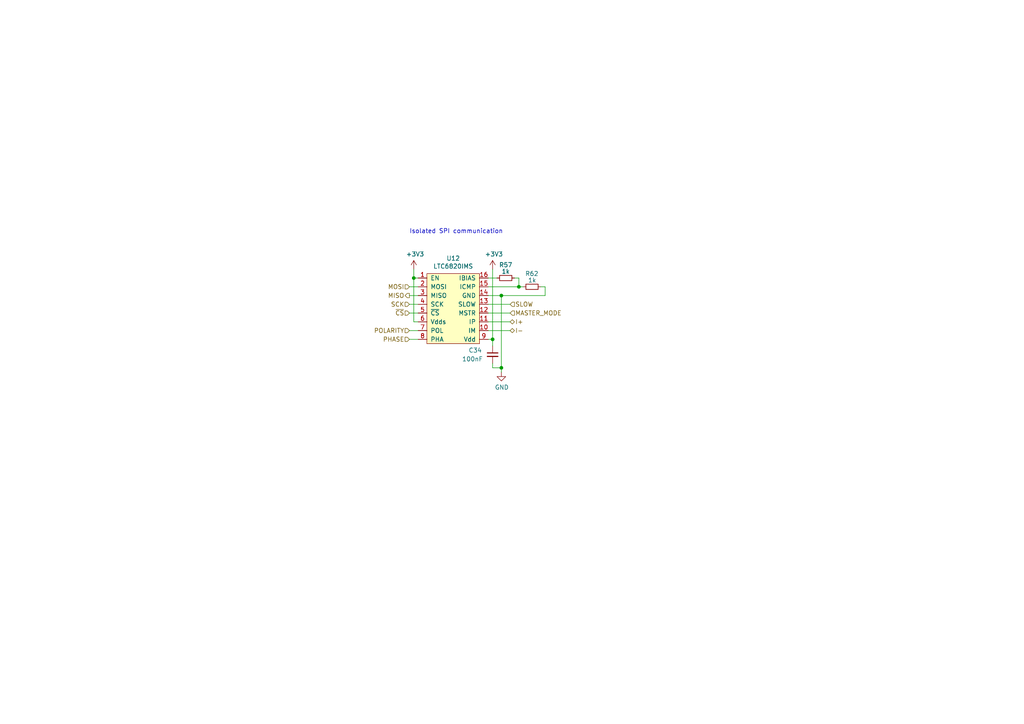
<source format=kicad_sch>
(kicad_sch (version 20230121) (generator eeschema)
  (paper "A4")
  (lib_symbols
    (symbol "Device:C_Small" (pin_numbers hide) (pin_names (offset 0.254) hide)
      (property "Reference" "C" (at 0.254 1.778 0))
      (property "Value" "C_Small" (at 0.254 -2.032 0))
      (symbol "C_Small_0_1"
        (polyline (pts (xy -1.524 -0.508) (xy 1.524 -0.508)) (stroke (width 0.3302)))
        (polyline (pts (xy -1.524 0.508) (xy 1.524 0.508)) (stroke (width 0.3048)))
      )
      (symbol "C_Small_1_1"
        (pin passive line (at 0 2.54 270) (length 2.032) (name "~") (number "1"))
        (pin passive line (at 0 -2.54 90) (length 2.032) (name "~") (number "2"))
      )
    )
    (symbol "Device:R_Small" (pin_numbers hide) (pin_names (offset 0.254) hide)
      (property "Reference" "R" (at 0.762 0.508 0))
      (property "Value" "R_Small" (at 0.762 -1.016 0))
      (symbol "R_Small_0_1"
        (rectangle (start -0.762 1.778) (end 0.762 -1.778) (stroke (width 0.2032)))
      )
      (symbol "R_Small_1_1"
        (pin passive line (at 0 2.54 270) (length 0.762) (name "~") (number "1"))
        (pin passive line (at 0 -2.54 90) (length 0.762) (name "~") (number "2"))
      )
    )
    (symbol "PUTM_EV_BMS_library:LTC6820IMS" (pin_names (offset 1.016))
      (property "Reference" "U" (at -6.35 11.43 0))
      (property "Value" "LTC6820IMS" (at 0 -11.43 0))
      (symbol "LTC6820IMS_0_1"
        (rectangle (start -7.62 10.16) (end 7.62 -10.16) (fill (type background)))
      )
      (symbol "LTC6820IMS_1_1"
        (pin input line (at -10.16 8.89 0) (length 2.54) (name "EN") (number "1"))
        (pin input line (at 10.16 -6.35 180) (length 2.54) (name "IM") (number "10"))
        (pin input line (at 10.16 -3.81 180) (length 2.54) (name "IP") (number "11"))
        (pin input line (at 10.16 -1.27 180) (length 2.54) (name "MSTR") (number "12"))
        (pin input line (at 10.16 1.27 180) (length 2.54) (name "SLOW") (number "13"))
        (pin power_in line (at 10.16 3.81 180) (length 2.54) (name "GND") (number "14"))
        (pin input line (at 10.16 6.35 180) (length 2.54) (name "ICMP") (number "15"))
        (pin input line (at 10.16 8.89 180) (length 2.54) (name "IBIAS") (number "16"))
        (pin input line (at -10.16 6.35 0) (length 2.54) (name "MOSI") (number "2"))
        (pin output line (at -10.16 3.81 0) (length 2.54) (name "MISO") (number "3"))
        (pin input line (at -10.16 1.27 0) (length 2.54) (name "SCK") (number "4"))
        (pin input line (at -10.16 -1.27 0) (length 2.54) (name "~{CS}") (number "5"))
        (pin power_in line (at -10.16 -3.81 0) (length 2.54) (name "Vdds") (number "6"))
        (pin input line (at -10.16 -6.35 0) (length 2.54) (name "POL") (number "7"))
        (pin input line (at -10.16 -8.89 0) (length 2.54) (name "PHA") (number "8"))
        (pin power_in line (at 10.16 -8.89 180) (length 2.54) (name "Vdd") (number "9"))
      )
    )
    (symbol "power:+3.3V" (power) (pin_names (offset 0))
      (property "Value" "+3.3V" (at 0 3.556 0))
      (symbol "+3.3V_0_1"
        (polyline (pts (xy -0.762 1.27) (xy 0 2.54)))
        (polyline (pts (xy 0 0) (xy 0 2.54)))
        (polyline (pts (xy 0 2.54) (xy 0.762 1.27)))
      )
      (symbol "+3.3V_1_1"
        (pin power_in line (at 0 0 90) (length 0) hide (name "+3V3") (number "1"))
      )
    )
    (symbol "power:GND" (power) (pin_names (offset 0))
      (property "Value" "GND" (at 0 -3.81 0))
      (symbol "GND_0_1"
        (polyline (pts (xy 0 0) (xy 0 -1.27) (xy 1.27 -1.27) (xy 0 -2.54) (xy -1.27 -1.27) (xy 0 -1.27)))
      )
      (symbol "GND_1_1"
        (pin power_in line (at 0 0 270) (length 0) hide (name "GND") (number "1"))
      )
    )
  )
  (junction (at 150.495 83.185))
  (junction (at 145.415 85.725))
  (junction (at 120.015 80.645))
  (junction (at 142.875 98.425))
  (junction (at 145.415 106.68))
  (wire (pts (xy 141.605 83.185) (xy 150.495 83.185)))
  (wire (pts (xy 158.115 85.725) (xy 158.115 83.185)))
  (wire (pts (xy 118.745 90.805) (xy 121.285 90.805)))
  (wire (pts (xy 150.495 83.185) (xy 151.765 83.185)))
  (wire (pts (xy 145.415 85.725) (xy 145.415 106.68)))
  (wire (pts (xy 118.745 95.885) (xy 121.285 95.885)))
  (wire (pts (xy 121.285 80.645) (xy 120.015 80.645)))
  (wire (pts (xy 141.605 85.725) (xy 145.415 85.725)))
  (wire (pts (xy 118.745 88.265) (xy 121.285 88.265)))
  (wire (pts (xy 120.015 80.645) (xy 120.015 78.105)))
  (wire (pts (xy 145.415 85.725) (xy 158.115 85.725)))
  (wire (pts (xy 141.605 80.645) (xy 144.145 80.645)))
  (wire (pts (xy 142.875 98.425) (xy 142.875 100.33)))
  (wire (pts (xy 118.745 85.725) (xy 121.285 85.725)))
  (wire (pts (xy 121.285 93.345) (xy 120.015 93.345)))
  (wire (pts (xy 141.605 98.425) (xy 142.875 98.425)))
  (wire (pts (xy 142.875 105.41) (xy 142.875 106.68)))
  (wire (pts (xy 150.495 80.645) (xy 150.495 83.185)))
  (wire (pts (xy 118.745 83.185) (xy 121.285 83.185)))
  (wire (pts (xy 118.745 98.425) (xy 121.285 98.425)))
  (wire (pts (xy 145.415 107.95) (xy 145.415 106.68)))
  (wire (pts (xy 142.875 106.68) (xy 145.415 106.68)))
  (wire (pts (xy 141.605 88.265) (xy 147.955 88.265)))
  (wire (pts (xy 120.015 93.345) (xy 120.015 80.645)))
  (wire (pts (xy 149.225 80.645) (xy 150.495 80.645)))
  (wire (pts (xy 141.605 95.885) (xy 147.955 95.885)))
  (wire (pts (xy 142.875 78.105) (xy 142.875 98.425)))
  (wire (pts (xy 158.115 83.185) (xy 156.845 83.185)))
  (wire (pts (xy 141.605 93.345) (xy 147.955 93.345)))
  (wire (pts (xy 141.605 90.805) (xy 147.955 90.805)))
  (text "Isolated SPI communication" (at 118.745 67.945 0) (effects (font (size 1.27 1.27)) (justify left bottom)))
  (hierarchical_label "SLOW" (shape input) (at 147.955 88.265 0))
  (hierarchical_label "SCK" (shape input) (at 118.745 88.265 180))
  (hierarchical_label "I-" (shape bidirectional) (at 147.955 95.885 0))
  (hierarchical_label "~{CS}" (shape input) (at 118.745 90.805 180))
  (hierarchical_label "MASTER_MODE" (shape input) (at 147.955 90.805 0))
  (hierarchical_label "MOSI" (shape input) (at 118.745 83.185 180))
  (hierarchical_label "POLARITY" (shape input) (at 118.745 95.885 180))
  (hierarchical_label "MISO" (shape output) (at 118.745 85.725 180))
  (hierarchical_label "PHASE" (shape input) (at 118.745 98.425 180))
  (hierarchical_label "I+" (shape bidirectional) (at 147.955 93.345 0))
  (symbol (lib_id "power:+3.3V") (at 120.015 78.105 0) (unit 1)
    (property "Reference" "#PWR0141" (effects hide))
    (property "Value" "+3.3V" (at 120.396 73.7108 0))
    (instances (project "PUTM_EV_BMS_HV_Master_2021" (path "" (reference "#PWR0141") (unit 1)) (path "" (reference "#PWR0144") (unit 1))))
  )
  (symbol (lib_id "power:GND") (at 145.415 107.95 0) (unit 1)
    (property "Reference" "#PWR0140" (effects hide))
    (property "Value" "GND" (at 145.542 112.3442 0))
    (instances (project "PUTM_EV_BMS_HV_Master_2021" (path "" (reference "#PWR0140") (unit 1)) (path "" (reference "#PWR0143") (unit 1))))
  )
  (symbol (lib_id "PUTM_EV_BMS_library:LTC6820IMS") (at 131.445 89.535 0) (unit 1)
    (property "Reference" "U12" (at 131.445 74.93 0))
    (property "Value" "LTC6820IMS" (at 131.445 77.2414 0))
    (property "Footprint" "Package_SO:MSOP-16_3x4.039mm_P0.5mm" (effects hide))
    (property "Datasheet" "https://eu.mouser.com/datasheet/2/609/LTC6820-3125934.pdf" (effects hide))
    (property "Manufacturer_Part_Number" "LTC6820IMS#TRPBF" (effects hide))
    (property "Mouser Part Number" "584-LTC6820IMS#TRPBF" (effects hide))
    (property "Mouser Price/Stock" "https://www.mouser.pl/ProductDetail/Analog-Devices/LTC6820IMSTRPBF?qs=hVkxg5c3xu8J%252BEL4cIWawA%3D%3D" (effects hide))
    (instances (project "PUTM_EV_BMS_HV_Master_2021" (path "" (reference "U12") (unit 1)) (path "" (reference "U13") (unit 1))))
  )
  (symbol (lib_id "power:+3.3V") (at 142.875 78.105 0) (unit 1)
    (property "Reference" "#PWR0142" (effects hide))
    (property "Value" "+3.3V" (at 143.256 73.7108 0))
    (instances (project "PUTM_EV_BMS_HV_Master_2021" (path "" (reference "#PWR0142") (unit 1)) (path "" (reference "#PWR0145") (unit 1))))
  )
  (symbol (lib_id "Device:R_Small") (at 154.305 83.185 270) (unit 1)
    (property "Reference" "R62" (at 156.21 79.375 90) (effects (justify right)))
    (property "Value" "1k" (at 155.575 81.28 90) (effects (justify right)))
    (property "Footprint" "Resistor_SMD:R_0603_1608Metric" (effects hide))
    (property "Manufacturer_Name" "--" (effects hide))
    (property "Manufacturer_Part_Number" "--" (effects hide))
    (instances (project "PUTM_EV_BMS_HV_Master_2021" (path "" (reference "R62") (unit 1)) (path "" (reference "R63") (unit 1))))
  )
  (symbol (lib_id "Device:R_Small") (at 146.685 80.645 270) (unit 1)
    (property "Reference" "R57" (at 146.685 76.835 90))
    (property "Value" "1k" (at 146.685 78.74 90))
    (property "Footprint" "Resistor_SMD:R_0603_1608Metric" (effects hide))
    (property "Manufacturer_Name" "--" (effects hide))
    (property "Manufacturer_Part_Number" "--" (effects hide))
    (instances (project "PUTM_EV_BMS_HV_Master_2021" (path "" (reference "R57") (unit 1)) (path "" (reference "R58") (unit 1))))
  )
  (symbol (lib_id "Device:C_Small") (at 142.875 102.87 0) (unit 1)
    (property "Reference" "C34" (at 135.89 101.6 0) (effects (justify left)))
    (property "Value" "100nF" (at 133.985 104.14 0) (effects (justify left)))
    (property "Footprint" "Capacitor_SMD:C_0603_1608Metric" (effects hide))
    (property "Manufacturer_Name" "--" (effects hide))
    (property "Manufacturer_Part_Number" "--" (effects hide))
    (instances (project "PUTM_EV_BMS_HV_Master_2021" (path "" (reference "C34") (unit 1)) (path "" (reference "C35") (unit 1))))
  )
)
</source>
